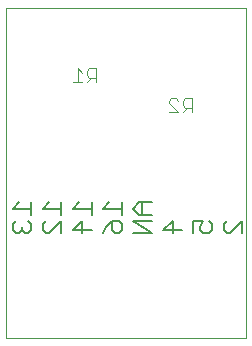
<source format=gbo>
G75*
%MOIN*%
%OFA0B0*%
%FSLAX25Y25*%
%IPPOS*%
%LPD*%
%AMOC8*
5,1,8,0,0,1.08239X$1,22.5*
%
%ADD10C,0.00000*%
%ADD11C,0.00500*%
%ADD12C,0.00400*%
D10*
X0001800Y0001800D02*
X0001800Y0111800D01*
X0081800Y0111800D01*
X0081800Y0001800D01*
X0001800Y0001800D01*
D11*
X0005029Y0036582D02*
X0006063Y0036582D01*
X0007097Y0037617D01*
X0008132Y0036582D01*
X0009166Y0036582D01*
X0010200Y0037617D01*
X0010200Y0039685D01*
X0009166Y0040719D01*
X0010200Y0042752D02*
X0010200Y0046889D01*
X0010200Y0044820D02*
X0003995Y0044820D01*
X0006063Y0046889D01*
X0005029Y0040719D02*
X0003995Y0039685D01*
X0003995Y0037617D01*
X0005029Y0036582D01*
X0007097Y0037617D02*
X0007097Y0038651D01*
X0014045Y0037617D02*
X0014045Y0039685D01*
X0015079Y0040719D01*
X0014045Y0037617D02*
X0015079Y0036582D01*
X0016113Y0036582D01*
X0020250Y0040719D01*
X0020250Y0036582D01*
X0024095Y0037617D02*
X0027197Y0040719D01*
X0027197Y0036582D01*
X0024095Y0037617D02*
X0030300Y0037617D01*
X0030300Y0042752D02*
X0030300Y0046889D01*
X0030300Y0044820D02*
X0024095Y0044820D01*
X0026163Y0046889D01*
X0020250Y0046889D02*
X0020250Y0042752D01*
X0020250Y0044820D02*
X0014045Y0044820D01*
X0016113Y0046889D01*
X0034145Y0044820D02*
X0040350Y0044820D01*
X0040350Y0042752D02*
X0040350Y0046889D01*
X0044195Y0044820D02*
X0046263Y0042752D01*
X0050400Y0042752D01*
X0050400Y0040719D02*
X0044195Y0040719D01*
X0050400Y0036582D01*
X0044195Y0036582D01*
X0040350Y0037617D02*
X0039316Y0036582D01*
X0038282Y0036582D01*
X0037247Y0037617D01*
X0037247Y0040719D01*
X0039316Y0040719D01*
X0040350Y0039685D01*
X0040350Y0037617D01*
X0037247Y0040719D02*
X0035179Y0038651D01*
X0034145Y0036582D01*
X0034145Y0044820D02*
X0036213Y0046889D01*
X0044195Y0044820D02*
X0046263Y0046889D01*
X0050400Y0046889D01*
X0047297Y0046889D02*
X0047297Y0042752D01*
X0054245Y0037617D02*
X0057347Y0040719D01*
X0057347Y0036582D01*
X0054245Y0037617D02*
X0060450Y0037617D01*
X0064295Y0036582D02*
X0064295Y0040719D01*
X0067397Y0040719D01*
X0066363Y0038651D01*
X0066363Y0037617D01*
X0067397Y0036582D01*
X0069466Y0036582D01*
X0070500Y0037617D01*
X0070500Y0039685D01*
X0069466Y0040719D01*
X0074345Y0039685D02*
X0074345Y0037617D01*
X0075379Y0036582D01*
X0076413Y0036582D01*
X0080550Y0040719D01*
X0080550Y0036582D01*
X0075379Y0040719D02*
X0074345Y0039685D01*
D12*
X0063808Y0077000D02*
X0063808Y0081604D01*
X0061506Y0081604D01*
X0060739Y0080837D01*
X0060739Y0079302D01*
X0061506Y0078535D01*
X0063808Y0078535D01*
X0062273Y0078535D02*
X0060739Y0077000D01*
X0059204Y0077000D02*
X0056135Y0080069D01*
X0056135Y0080837D01*
X0056902Y0081604D01*
X0058437Y0081604D01*
X0059204Y0080837D01*
X0059204Y0077000D02*
X0056135Y0077000D01*
X0031808Y0087000D02*
X0031808Y0091604D01*
X0029506Y0091604D01*
X0028739Y0090837D01*
X0028739Y0089302D01*
X0029506Y0088535D01*
X0031808Y0088535D01*
X0030273Y0088535D02*
X0028739Y0087000D01*
X0027204Y0087000D02*
X0024135Y0087000D01*
X0025669Y0087000D02*
X0025669Y0091604D01*
X0027204Y0090069D01*
M02*

</source>
